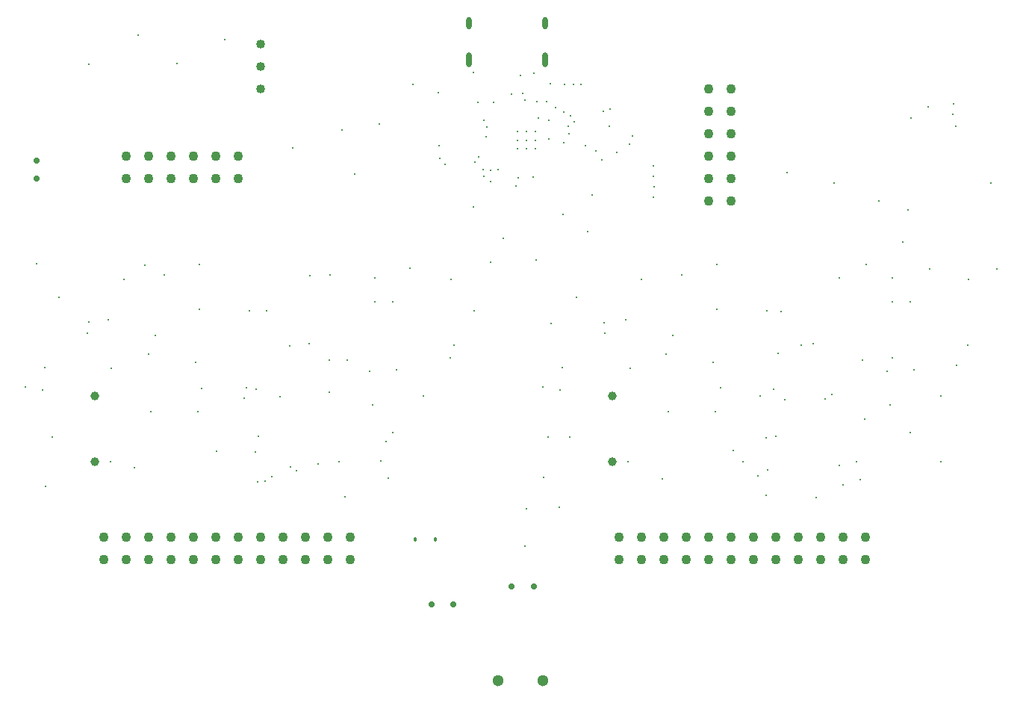
<source format=gbr>
%TF.GenerationSoftware,Altium Limited,Altium Designer,24.8.2 (39)*%
G04 Layer_Color=0*
%FSLAX45Y45*%
%MOMM*%
%TF.SameCoordinates,7B02E6E7-76C9-4046-B631-68F2DAB786CE*%
%TF.FilePolarity,Positive*%
%TF.FileFunction,Plated,1,4,PTH,Drill*%
%TF.Part,Single*%
G01*
G75*
%TA.AperFunction,ComponentDrill*%
%ADD161C,0.70000*%
%ADD162C,1.09982*%
%ADD163C,1.00000*%
%ADD164O,0.60000X1.70000*%
%ADD165O,0.60000X1.40000*%
%ADD166C,0.70000*%
%ADD167C,1.30002*%
%ADD168C,1.02000*%
%ADD169C,1.10002*%
%ADD170C,1.10002*%
%TA.AperFunction,ViaDrill,NotFilled*%
%ADD171C,0.30000*%
%ADD172C,0.30480*%
%ADD173C,0.45720*%
%ADD174C,0.30226*%
D161*
X5704400Y1588000D02*
D03*
X5454400D02*
D03*
X6364800Y1791200D02*
D03*
X6614800D02*
D03*
D162*
X10378000Y2350000D02*
D03*
Y2096000D02*
D03*
X10124000Y2350000D02*
D03*
Y2096000D02*
D03*
X9870000Y2350000D02*
D03*
Y2096000D02*
D03*
X9616000Y2350000D02*
D03*
Y2096000D02*
D03*
X9362000Y2350000D02*
D03*
Y2096000D02*
D03*
X9108000Y2350000D02*
D03*
Y2096000D02*
D03*
X8854000Y2350000D02*
D03*
Y2096000D02*
D03*
X8600000Y2350000D02*
D03*
Y2096000D02*
D03*
X8346000Y2350000D02*
D03*
Y2096000D02*
D03*
X8092000Y2350000D02*
D03*
Y2096000D02*
D03*
X7838000Y2350000D02*
D03*
Y2096000D02*
D03*
X7584000Y2350000D02*
D03*
Y2096000D02*
D03*
X1742000D02*
D03*
Y2350000D02*
D03*
X1996000Y2096000D02*
D03*
Y2350000D02*
D03*
X2250000Y2096000D02*
D03*
Y2350000D02*
D03*
X2504000Y2096000D02*
D03*
Y2350000D02*
D03*
X2758000Y2096000D02*
D03*
Y2350000D02*
D03*
X3012000Y2096000D02*
D03*
Y2350000D02*
D03*
X3266000Y2096000D02*
D03*
Y2350000D02*
D03*
X3520000Y2096000D02*
D03*
Y2350000D02*
D03*
X3774000Y2096000D02*
D03*
Y2350000D02*
D03*
X4028000Y2096000D02*
D03*
Y2350000D02*
D03*
X4282000Y2096000D02*
D03*
Y2350000D02*
D03*
X4536000Y2096000D02*
D03*
Y2350000D02*
D03*
D163*
X1640400Y3200189D02*
D03*
Y3950200D02*
D03*
X7507800Y3200189D02*
D03*
Y3950200D02*
D03*
D164*
X5882000Y7757750D02*
D03*
X6746000D02*
D03*
D165*
Y8175750D02*
D03*
X5882000D02*
D03*
D166*
X980000Y6414000D02*
D03*
Y6614000D02*
D03*
D167*
X6212400Y724400D02*
D03*
X6720400D02*
D03*
D168*
X3520000Y7938000D02*
D03*
Y7684000D02*
D03*
Y7430000D02*
D03*
D169*
X3266000Y6668000D02*
D03*
Y6414000D02*
D03*
X3012000Y6668000D02*
D03*
Y6414000D02*
D03*
X2758000Y6668000D02*
D03*
Y6414000D02*
D03*
X2504000Y6668000D02*
D03*
Y6414000D02*
D03*
X2250000Y6668000D02*
D03*
Y6414000D02*
D03*
X1996000Y6668000D02*
D03*
Y6414000D02*
D03*
D170*
X8600000Y7430000D02*
D03*
X8854000D02*
D03*
X8600000Y7176000D02*
D03*
X8854000D02*
D03*
X8600000Y6922000D02*
D03*
X8854000D02*
D03*
X8600000Y6668000D02*
D03*
X8854000D02*
D03*
X8600000Y6414000D02*
D03*
X8854000D02*
D03*
X8600000Y6160000D02*
D03*
X8854000D02*
D03*
D171*
X6441440Y6418580D02*
D03*
X6266180Y5737860D02*
D03*
X6603358Y6426842D02*
D03*
X7223760Y5811520D02*
D03*
X4861560Y7033260D02*
D03*
X3881933Y6756283D02*
D03*
X4436940Y6960100D02*
D03*
X2125980Y8041640D02*
D03*
X7320280Y6728460D02*
D03*
X7383780Y6624320D02*
D03*
X7195820Y6789420D02*
D03*
X6951540Y6817860D02*
D03*
X7150100Y7480300D02*
D03*
X7032187Y7120693D02*
D03*
X7076440Y7058660D02*
D03*
X6956105Y7168895D02*
D03*
X7002340Y7008360D02*
D03*
X3106420Y7990840D02*
D03*
X7066280Y7477760D02*
D03*
X2572580Y7717020D02*
D03*
X1569280Y7709400D02*
D03*
X6619234Y7608234D02*
D03*
X6466400Y7582400D02*
D03*
X6804220Y7485316D02*
D03*
X6964240Y7478260D02*
D03*
X6669600Y7102340D02*
D03*
X6649280Y7287760D02*
D03*
X7279200Y6231120D02*
D03*
X6784542Y6857858D02*
D03*
X7970080Y6205720D02*
D03*
X6781360Y7071860D02*
D03*
X7010475Y6919975D02*
D03*
X7977700Y6320020D02*
D03*
X7972620Y6436860D02*
D03*
X7967540Y6553700D02*
D03*
X7736400Y6896600D02*
D03*
X7698300Y6802620D02*
D03*
X7556060Y6708640D02*
D03*
X6857560Y7219180D02*
D03*
X6763580Y7282680D02*
D03*
X6072700Y6886068D02*
D03*
X6085400Y6998200D02*
D03*
X5607880Y6576560D02*
D03*
X5549460Y6645140D02*
D03*
X5990270Y6657960D02*
D03*
X5942407Y6598667D02*
D03*
X6207320Y6518140D02*
D03*
X6052380Y6441736D02*
D03*
X6039680Y6516870D02*
D03*
X5544380Y6782300D02*
D03*
X5933000Y6091420D02*
D03*
X6126040Y6510520D02*
D03*
X6905820Y2687820D02*
D03*
X11868980Y5390380D02*
D03*
X6126040Y5464040D02*
D03*
X11106980Y5390380D02*
D03*
X5940620Y4917940D02*
D03*
X5211640Y5400540D02*
D03*
X5709480Y4524240D02*
D03*
X6532440Y2672580D02*
D03*
X6722940Y3030720D02*
D03*
X6517200Y2248400D02*
D03*
X11800400Y6363200D02*
D03*
X5666300Y4379460D02*
D03*
X7408740Y4780780D02*
D03*
X8688900Y5436100D02*
D03*
X9781100Y4539480D02*
D03*
X8879400Y3330440D02*
D03*
X7469700Y7003280D02*
D03*
X6641660Y5494520D02*
D03*
X7101400Y5067800D02*
D03*
X8295200Y5321800D02*
D03*
X10075740Y5283700D02*
D03*
X7838000Y5271000D02*
D03*
X10380540Y5438640D02*
D03*
X7660200Y4813800D02*
D03*
X6128580Y6380980D02*
D03*
X6811840Y4768080D02*
D03*
X5361500Y3950200D02*
D03*
X6776280Y3480300D02*
D03*
X9920800Y3912100D02*
D03*
X9816660Y2797040D02*
D03*
X10124000Y2941820D02*
D03*
X8067870Y3006590D02*
D03*
X9252780Y3472680D02*
D03*
X8983540Y3200900D02*
D03*
X11411780Y4298180D02*
D03*
X9643940Y4524240D02*
D03*
X9245160Y2827520D02*
D03*
X9463600Y3907020D02*
D03*
X9181660Y3947660D02*
D03*
X9420420Y4902700D02*
D03*
X9158800Y3043420D02*
D03*
X9265480Y3114540D02*
D03*
X10677720Y4382000D02*
D03*
X10619300Y4229600D02*
D03*
X11233980Y3208520D02*
D03*
X10314500Y3000240D02*
D03*
X10078280Y3160260D02*
D03*
X10276400Y3200900D02*
D03*
X10362760Y3691120D02*
D03*
X10337360Y4356600D02*
D03*
X9994460Y3965440D02*
D03*
X8676200Y3772400D02*
D03*
X9362000Y3493000D02*
D03*
X9387400Y4432800D02*
D03*
X7708460Y4260080D02*
D03*
X8734620Y4046720D02*
D03*
X1081600Y2926580D02*
D03*
X2206820Y5431020D02*
D03*
X2326200Y4636000D02*
D03*
X2250000Y4420100D02*
D03*
X3017080Y3321550D02*
D03*
X4500440Y4356600D02*
D03*
X1970600Y5271000D02*
D03*
X1566740Y4788400D02*
D03*
X1792800Y4813800D02*
D03*
X3850200Y4516620D02*
D03*
X4067369Y4540472D02*
D03*
X2851980Y4034020D02*
D03*
X1823280Y4265160D02*
D03*
X3570800Y2987540D02*
D03*
X3479360Y2977380D02*
D03*
X3359980Y4044180D02*
D03*
X4475040Y2804660D02*
D03*
X3583500Y4912860D02*
D03*
X3740980Y3942580D02*
D03*
X3852305Y3148009D02*
D03*
X3329500Y3924800D02*
D03*
X3469200Y4026400D02*
D03*
X3647000Y3035800D02*
D03*
X3456500Y3315200D02*
D03*
X4078800Y5309100D02*
D03*
X3494600Y3493000D02*
D03*
X4167700Y3175500D02*
D03*
X4409000Y3200900D02*
D03*
X4942400Y3430882D02*
D03*
X4967800Y3016750D02*
D03*
X4307400Y5321800D02*
D03*
X3926400Y3099300D02*
D03*
X2084900Y3137400D02*
D03*
X1818200Y3200900D02*
D03*
X2275400Y3772400D02*
D03*
X4790000Y3848600D02*
D03*
X4294700Y3988300D02*
D03*
X5018600Y3531100D02*
D03*
X4878900Y3213600D02*
D03*
X2808800Y3772400D02*
D03*
X1157800Y3480300D02*
D03*
X4815400Y5283700D02*
D03*
X5679000Y5271000D02*
D03*
X4815400Y5017000D02*
D03*
X5056700Y4242300D02*
D03*
X4751900Y4229600D02*
D03*
X5018600Y5017000D02*
D03*
X4294700Y4356600D02*
D03*
X2821500Y4928100D02*
D03*
Y5436100D02*
D03*
X3393000Y4915400D02*
D03*
X2427800Y5321800D02*
D03*
X2783400Y4331200D02*
D03*
X853000Y4051800D02*
D03*
X1043500Y4013700D02*
D03*
X1068900Y4267700D02*
D03*
X1551500Y4661400D02*
D03*
X1234000Y5067800D02*
D03*
X980000Y5448800D02*
D03*
X10860600Y6058400D02*
D03*
X8117400Y4420100D02*
D03*
X8193600Y4636000D02*
D03*
X6936300Y4267700D02*
D03*
X6720400Y4051800D02*
D03*
X6910900Y4013700D02*
D03*
X7025200Y3480300D02*
D03*
X7685600Y3200900D02*
D03*
X10657400Y3848600D02*
D03*
X10797100Y5690100D02*
D03*
X10682800Y5017000D02*
D03*
X11533700Y4521700D02*
D03*
X8688900Y4928100D02*
D03*
X8142800Y3772400D02*
D03*
X10886000Y5017000D02*
D03*
X10682800Y5283700D02*
D03*
X10924100Y4242300D02*
D03*
X10886000Y3531100D02*
D03*
X9260400Y4915400D02*
D03*
X9336600Y4026400D02*
D03*
X11228900Y3950200D02*
D03*
X11546400Y5271000D02*
D03*
X7418900Y4661400D02*
D03*
X8650800Y4331200D02*
D03*
X9489000Y6477500D02*
D03*
X10022400Y6363200D02*
D03*
X10530400Y6160000D02*
D03*
X7482400Y7201400D02*
D03*
X7406200Y7176000D02*
D03*
X6491800Y7379200D02*
D03*
X6517200Y7303000D02*
D03*
X6949000Y6007600D02*
D03*
X4586800Y6464800D02*
D03*
X5247200Y7480800D02*
D03*
X5534220Y7384280D02*
D03*
X6047300Y7074400D02*
D03*
X6415600Y6325100D02*
D03*
X5983800Y7277600D02*
D03*
X5933000Y7617960D02*
D03*
X6364800Y7366500D02*
D03*
D172*
X6528300Y6747959D02*
D03*
X6528249Y6947908D02*
D03*
X6528300Y6847959D02*
D03*
X6628300Y6947959D02*
D03*
X6428300D02*
D03*
X6628274Y6747959D02*
D03*
Y6847934D02*
D03*
X6428300Y6747959D02*
D03*
Y6847959D02*
D03*
X11084120Y7224260D02*
D03*
X10893620Y7102340D02*
D03*
X11399080Y7008360D02*
D03*
X11366060Y7137900D02*
D03*
X11373680Y7259820D02*
D03*
D173*
X5501200Y2324600D02*
D03*
X5272600D02*
D03*
D174*
X6161600Y7277600D02*
D03*
%TF.MD5,7e362fe04dded02aac5d4f1de6be5c12*%
M02*

</source>
